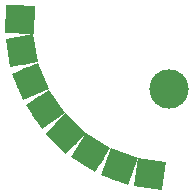
<source format=gbr>
G04 #@! TF.GenerationSoftware,KiCad,Pcbnew,no-vcs-found-5013ea2~58~ubuntu16.04.1*
G04 #@! TF.CreationDate,2017-05-17T13:22:10-06:00*
G04 #@! TF.ProjectId,HiBeam_8-pack_v02,48694265616D5F382D7061636B5F7630,rev?*
G04 #@! TF.FileFunction,Soldermask,Bot*
G04 #@! TF.FilePolarity,Negative*
%FSLAX46Y46*%
G04 Gerber Fmt 4.6, Leading zero omitted, Abs format (unit mm)*
G04 Created by KiCad (PCBNEW no-vcs-found-5013ea2~58~ubuntu16.04.1) date Wed May 17 13:22:10 2017*
%MOMM*%
%LPD*%
G01*
G04 APERTURE LIST*
%ADD10C,0.100000*%
%ADD11C,2.400000*%
%ADD12C,3.321000*%
G04 APERTURE END LIST*
D10*
D11*
X142494000Y-109702600D03*
D10*
G36*
X140955945Y-110419807D02*
X141776793Y-108164545D01*
X144032055Y-108985393D01*
X143211207Y-111240655D01*
X140955945Y-110419807D01*
X140955945Y-110419807D01*
G37*
D11*
X145110200Y-110312200D03*
D10*
G36*
X143754871Y-111333514D02*
X144088886Y-108956871D01*
X146465529Y-109290886D01*
X146131514Y-111667529D01*
X143754871Y-111333514D01*
X143754871Y-111333514D01*
G37*
D11*
X136220200Y-104851200D03*
D10*
G36*
X134554323Y-104527386D02*
X136544014Y-103185323D01*
X137886077Y-105175014D01*
X135896386Y-106517077D01*
X134554323Y-104527386D01*
X134554323Y-104527386D01*
G37*
D11*
X134239000Y-99898200D03*
D10*
G36*
X132848853Y-98924809D02*
X135212391Y-98508053D01*
X135629147Y-100871591D01*
X133265609Y-101288347D01*
X132848853Y-98924809D01*
X132848853Y-98924809D01*
G37*
D11*
X137947400Y-106908600D03*
D10*
G36*
X136250602Y-106938218D02*
X137917782Y-105211802D01*
X139644198Y-106878982D01*
X137977018Y-108605398D01*
X136250602Y-106938218D01*
X136250602Y-106938218D01*
G37*
D11*
X140055600Y-108534200D03*
D10*
G36*
X138402039Y-108915955D02*
X139673845Y-106880639D01*
X141709161Y-108152445D01*
X140437355Y-110187761D01*
X138402039Y-108915955D01*
X138402039Y-108915955D01*
G37*
D12*
X146685000Y-103124000D03*
D11*
X134950200Y-102489000D03*
D10*
G36*
X133388051Y-101825907D02*
X135613293Y-100926851D01*
X136512349Y-103152093D01*
X134287107Y-104051149D01*
X133388051Y-101825907D01*
X133388051Y-101825907D01*
G37*
D11*
X134061200Y-97231200D03*
D10*
G36*
X132903810Y-95990052D02*
X135302348Y-96073810D01*
X135218590Y-98472348D01*
X132820052Y-98388590D01*
X132903810Y-95990052D01*
X132903810Y-95990052D01*
G37*
M02*

</source>
